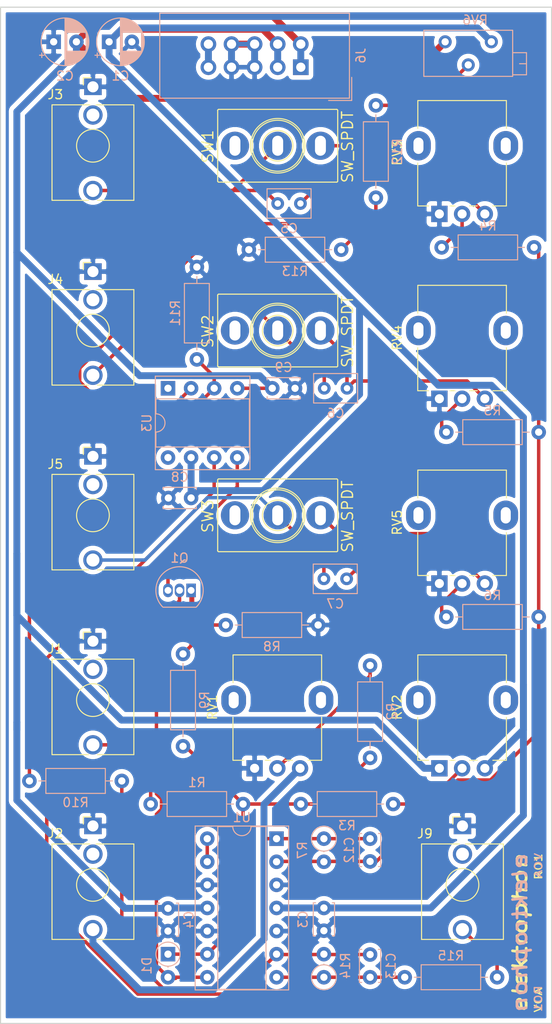
<source format=kicad_pcb>
(kicad_pcb (version 20171130) (host pcbnew 5.1.4-e60b266~84~ubuntu19.04.1)
  (title_block (title VCA) (date 2019-09-08) (rev R01) (comment 1 "PCB for main circuit") (comment 2 "Original design by Thomas Henry") (comment 4 "License CC BY 4.0 - Attribution 4.0 International"))
  (layers (0 F.Cu signal) (31 B.Cu signal) (34 B.Paste user) (35 F.Paste user) (36 B.SilkS user) (37 F.SilkS user) (38 B.Mask user) (39 F.Mask user) (44 Edge.Cuts user))
  (net 0 "")
  (net 1 GND)
  (net 2 +15V)
  (net 3 -15V)
  (net 4 "Net-(C5-Pad2)")
  (net 5 "Net-(C5-Pad1)")
  (net 6 "Net-(C6-Pad2)")
  (net 7 "Net-(C6-Pad1)")
  (net 8 "Net-(C7-Pad2)")
  (net 9 "Net-(C7-Pad1)")
  (net 10 "Net-(C12-Pad2)")
  (net 11 "Net-(C12-Pad1)")
  (net 12 "Net-(C13-Pad2)")
  (net 13 "Net-(C13-Pad1)")
  (net 14 "Net-(D1-Pad2)")
  (net 15 "Net-(J1-PadTN)")
  (net 16 "Net-(J1-PadT)")
  (net 17 "Net-(J2-PadTN)")
  (net 18 "Net-(J2-PadT)")
  (net 19 "Net-(J3-PadTN)")
  (net 20 "Net-(J4-PadTN)")
  (net 21 "Net-(J5-PadTN)")
  (net 22 +5V)
  (net 23 "Net-(J9-PadTN)")
  (net 24 "Net-(Q1-Pad1)")
  (net 25 "Net-(Q1-Pad3)")
  (net 26 "Net-(R2-Pad2)")
  (net 27 "Net-(R3-Pad2)")
  (net 28 "Net-(R10-Pad1)")
  (net 29 "Net-(R12-Pad2)")
  (net 30 "Net-(R12-Pad1)")
  (net 31 "Net-(SW1-Pad1)")
  (net 32 "Net-(SW2-Pad1)")
  (net 33 "Net-(SW3-Pad1)")
  (net 34 "Net-(U1-Pad13)")
  (net 35 "Net-(U3-Pad8)")
  (net 36 "Net-(U3-Pad1)")
  (net 37 "Net-(D1-Pad1)")
  (net 38 "Net-(J9-PadT)")
  (net 39 "Net-(R4-Pad2)")
  (net 40 "Net-(R5-Pad2)")
  (net 41 "Net-(R6-Pad2)")
  (module "elektrophon:elektrophon logo" (layer F.Cu) (at 108.94 152.56 90)
    (fp_text reference REF** hide)
    (fp_text value "elektrophon logo" hide)
    (fp_text user VCA (at 8.84 1.02 90) (layer B.SilkS) (effects (font (size 0.8 1)) (justify left mirror)))
    (fp_text user R01 (at -8.83 1 90) (layer B.SilkS) (effects (font (size 0.8 1)) (justify right mirror)))
    (fp_text user elektrophon (at 0 -1.016 90) (layer B.SilkS) (effects (font (size 1.5 2) (thickness 0.3) italic) (justify mirror)))
    (fp_text user R01 (at 8.8 1.02 90) (layer F.SilkS) (effects (font (size 0.8 1)) (justify right)))
    (fp_text user VCA (at -8.88 1 90) (layer F.SilkS) (effects (font (size 0.8 1)) (justify left)))
    (fp_text user elektrophon (at 0 -1.016 90) (layer F.SilkS) (effects (font (size 1.5 2) (thickness 0.3) italic)))
  )
  (module Capacitor_THT:C_Rect_L4.6mm_W3.0mm_P2.50mm_MKS02_FKP02 (layer B.Cu) (at 86.36 113.665)
    (fp_text reference C7 (at 1.25 2.75) (layer B.SilkS) (effects (justify mirror)))
    (fp_text value 0.22u)
    (pad 2 thru_hole circle (at 2.5 0) (size 1.4 1.4) (drill 0.7) (layers *.Cu *.Mask) (net 8 "Net-(C7-Pad2)"))
    (pad 1 thru_hole circle (at 0 0) (size 1.4 1.4) (drill 0.7) (layers *.Cu *.Mask) (net 9 "Net-(C7-Pad1)"))
  )
  (module Capacitor_THT:C_Rect_L4.6mm_W3.0mm_P2.50mm_MKS02_FKP02 (layer B.Cu) (at 86.4 92.71)
    (fp_text reference C6 (at 1.25 2.75) (layer B.SilkS) (effects (justify mirror)))
    (fp_text value 0.22u)
    (pad 2 thru_hole circle (at 2.5 0) (size 1.4 1.4) (drill 0.7) (layers *.Cu *.Mask) (net 6 "Net-(C6-Pad2)"))
    (pad 1 thru_hole circle (at 0 0) (size 1.4 1.4) (drill 0.7) (layers *.Cu *.Mask) (net 7 "Net-(C6-Pad1)"))
  )
  (module Capacitor_THT:C_Rect_L4.6mm_W3.0mm_P2.50mm_MKS02_FKP02 (layer B.Cu) (at 81.28 72.39)
    (fp_text reference C5 (at 1.25 2.75) (layer B.SilkS) (effects (justify mirror)))
    (fp_text value 0.22u)
    (pad 2 thru_hole circle (at 2.5 0) (size 1.4 1.4) (drill 0.7) (layers *.Cu *.Mask) (net 4 "Net-(C5-Pad2)"))
    (pad 1 thru_hole circle (at 0 0) (size 1.4 1.4) (drill 0.7) (layers *.Cu *.Mask) (net 5 "Net-(C5-Pad1)"))
  )
  (module Resistor_THT:R_Axial_DIN0207_L6.3mm_D2.5mm_P2.54mm_Vertical (layer B.Cu) (at 86.36 142.24 270)
    (fp_text reference R7 (at 1.27 2.37 90) (layer B.SilkS) (effects (justify mirror)))
    (fp_text value 100k)
    (pad 2 thru_hole oval (at 2.54 0 270) (size 1.6 1.6) (drill 0.8) (layers *.Cu *.Mask) (net 10 "Net-(C12-Pad2)"))
    (pad 1 thru_hole circle (at 0 0 270) (size 1.6 1.6) (drill 0.8) (layers *.Cu *.Mask) (net 11 "Net-(C12-Pad1)"))
  )
  (module Diode_THT:D_DO-35_SOD27_P2.54mm_Vertical_AnodeUp (layer B.Cu) (at 69.215 154.94 270)
    (fp_text reference D1 (at 1.27 2.326371 90) (layer B.SilkS) (effects (justify mirror)))
    (fp_text value 1N4148)
    (pad 2 thru_hole oval (at 2.54 0 270) (size 1.6 1.6) (drill 0.8) (layers *.Cu *.Mask) (net 14 "Net-(D1-Pad2)"))
    (pad 1 thru_hole rect (at 0 0 270) (size 1.6 1.6) (drill 0.8) (layers *.Cu *.Mask) (net 37 "Net-(D1-Pad1)"))
  )
  (module Resistor_THT:R_Axial_DIN0207_L6.3mm_D2.5mm_P2.54mm_Vertical (layer B.Cu) (at 86.36 157.48 90)
    (fp_text reference R14 (at 1.27 2.37 90) (layer B.SilkS) (effects (justify mirror)))
    (fp_text value 51k)
    (pad 2 thru_hole oval (at 2.54 0 90) (size 1.6 1.6) (drill 0.8) (layers *.Cu *.Mask) (net 12 "Net-(C13-Pad2)"))
    (pad 1 thru_hole circle (at 0 0 90) (size 1.6 1.6) (drill 0.8) (layers *.Cu *.Mask) (net 13 "Net-(C13-Pad1)"))
  )
  (module Resistor_THT:R_Axial_DIN0207_L6.3mm_D2.5mm_P10.16mm_Horizontal (layer B.Cu) (at 91.44 133.35 90)
    (fp_text reference R2 (at 5.08 2.37 90) (layer B.SilkS) (effects (justify mirror)))
    (fp_text value 100k)
    (pad 2 thru_hole oval (at 10.16 0 90) (size 1.6 1.6) (drill 0.8) (layers *.Cu *.Mask) (net 26 "Net-(R2-Pad2)"))
    (pad 1 thru_hole circle (at 0 0 90) (size 1.6 1.6) (drill 0.8) (layers *.Cu *.Mask) (net 37 "Net-(D1-Pad1)"))
  )
  (module Potentiometer_THT:Potentiometer_Bourns_3296Z_Horizontal (layer B.Cu) (at 99.695 54.61 180)
    (fp_text reference RV6 (at -3.3 2.4) (layer B.SilkS) (effects (justify mirror)))
    (fp_text value 100k)
    (pad 3 thru_hole circle (at -5.08 0 180) (size 1.44 1.44) (drill 0.8) (layers *.Cu *.Mask) (net 2 +15V))
    (pad 2 thru_hole circle (at -2.54 -2.54 180) (size 1.44 1.44) (drill 0.8) (layers *.Cu *.Mask) (net 29 "Net-(R12-Pad2)"))
    (pad 1 thru_hole circle (at 0 0 180) (size 1.44 1.44) (drill 0.8) (layers *.Cu *.Mask) (net 3 -15V))
  )
  (module elektrophon:Potentiometer_Alpha_RD901F-40-00D_Single_Vertical (layer F.Cu) (at 101.6 106.68 90)
    (fp_text reference RV5 (at -0.79 -7.18 270) (layer F.SilkS))
    (fp_text value 100k)
    (pad "" thru_hole oval (at 0 -4.84 180) (size 2.72 3.24) (drill oval 1.1 1.8) (layers *.Cu *.Mask))
    (pad "" thru_hole oval (at 0 4.76 180) (size 2.72 3.24) (drill oval 1.1 1.8) (layers *.Cu *.Mask))
    (pad 3 thru_hole circle (at -7.5 2.46 180) (size 1.8 1.8) (drill 1) (layers *.Cu *.Mask) (net 8 "Net-(C7-Pad2)"))
    (pad 2 thru_hole circle (at -7.5 -0.04 180) (size 1.8 1.8) (drill 1) (layers *.Cu *.Mask) (net 41 "Net-(R6-Pad2)"))
    (pad 1 thru_hole rect (at -7.5 -2.54 180) (size 1.8 1.8) (drill 1) (layers *.Cu *.Mask) (net 1 GND))
  )
  (module elektrophon:Potentiometer_Alpha_RD901F-40-00D_Single_Vertical (layer F.Cu) (at 101.6 86.36 90)
    (fp_text reference RV4 (at -0.79 -7.18 270) (layer F.SilkS))
    (fp_text value 100k)
    (pad "" thru_hole oval (at 0 -4.84 180) (size 2.72 3.24) (drill oval 1.1 1.8) (layers *.Cu *.Mask))
    (pad "" thru_hole oval (at 0 4.76 180) (size 2.72 3.24) (drill oval 1.1 1.8) (layers *.Cu *.Mask))
    (pad 3 thru_hole circle (at -7.5 2.46 180) (size 1.8 1.8) (drill 1) (layers *.Cu *.Mask) (net 6 "Net-(C6-Pad2)"))
    (pad 2 thru_hole circle (at -7.5 -0.04 180) (size 1.8 1.8) (drill 1) (layers *.Cu *.Mask) (net 40 "Net-(R5-Pad2)"))
    (pad 1 thru_hole rect (at -7.5 -2.54 180) (size 1.8 1.8) (drill 1) (layers *.Cu *.Mask) (net 1 GND))
  )
  (module elektrophon:Potentiometer_Alpha_RD901F-40-00D_Single_Vertical (layer F.Cu) (at 101.6 66.04 90)
    (fp_text reference RV3 (at -0.79 -7.18 270) (layer F.SilkS))
    (fp_text value 100k)
    (pad "" thru_hole oval (at 0 -4.84 180) (size 2.72 3.24) (drill oval 1.1 1.8) (layers *.Cu *.Mask))
    (pad "" thru_hole oval (at 0 4.76 180) (size 2.72 3.24) (drill oval 1.1 1.8) (layers *.Cu *.Mask))
    (pad 3 thru_hole circle (at -7.5 2.46 180) (size 1.8 1.8) (drill 1) (layers *.Cu *.Mask) (net 4 "Net-(C5-Pad2)"))
    (pad 2 thru_hole circle (at -7.5 -0.04 180) (size 1.8 1.8) (drill 1) (layers *.Cu *.Mask) (net 39 "Net-(R4-Pad2)"))
    (pad 1 thru_hole rect (at -7.5 -2.54 180) (size 1.8 1.8) (drill 1) (layers *.Cu *.Mask) (net 1 GND))
  )
  (module elektrophon:Potentiometer_Alpha_RD901F-40-00D_Single_Vertical (layer F.Cu) (at 101.6 127 90)
    (fp_text reference RV2 (at -0.79 -7.18 270) (layer F.SilkS))
    (fp_text value 100k)
    (pad "" thru_hole oval (at 0 -4.84 180) (size 2.72 3.24) (drill oval 1.1 1.8) (layers *.Cu *.Mask))
    (pad "" thru_hole oval (at 0 4.76 180) (size 2.72 3.24) (drill oval 1.1 1.8) (layers *.Cu *.Mask))
    (pad 3 thru_hole circle (at -7.5 2.46 180) (size 1.8 1.8) (drill 1) (layers *.Cu *.Mask) (net 2 +15V))
    (pad 2 thru_hole circle (at -7.5 -0.04 180) (size 1.8 1.8) (drill 1) (layers *.Cu *.Mask) (net 27 "Net-(R3-Pad2)"))
    (pad 1 thru_hole rect (at -7.5 -2.54 180) (size 1.8 1.8) (drill 1) (layers *.Cu *.Mask) (net 3 -15V))
  )
  (module elektrophon:Potentiometer_Alpha_RD901F-40-00D_Single_Vertical (layer F.Cu) (at 81.28 127 90)
    (fp_text reference RV1 (at -0.79 -7.18 270) (layer F.SilkS))
    (fp_text value 100k)
    (pad "" thru_hole oval (at 0 -4.84 180) (size 2.72 3.24) (drill oval 1.1 1.8) (layers *.Cu *.Mask))
    (pad "" thru_hole oval (at 0 4.76 180) (size 2.72 3.24) (drill oval 1.1 1.8) (layers *.Cu *.Mask))
    (pad 3 thru_hole circle (at -7.5 2.46 180) (size 1.8 1.8) (drill 1) (layers *.Cu *.Mask) (net 18 "Net-(J2-PadT)"))
    (pad 2 thru_hole circle (at -7.5 -0.04 180) (size 1.8 1.8) (drill 1) (layers *.Cu *.Mask) (net 26 "Net-(R2-Pad2)"))
    (pad 1 thru_hole rect (at -7.5 -2.54 180) (size 1.8 1.8) (drill 1) (layers *.Cu *.Mask) (net 1 GND))
  )
  (module Package_DIP:DIP-8_W7.62mm_Socket (layer B.Cu) (at 69.215 92.71 270)
    (fp_text reference U3 (at 3.81 2.33 90) (layer B.SilkS) (effects (justify mirror)))
    (fp_text value CA3080)
    (pad 8 thru_hole oval (at 7.62 0 270) (size 1.6 1.6) (drill 0.8) (layers *.Cu *.Mask) (net 35 "Net-(U3-Pad8)"))
    (pad 4 thru_hole oval (at 0 -7.62 270) (size 1.6 1.6) (drill 0.8) (layers *.Cu *.Mask) (net 3 -15V))
    (pad 7 thru_hole oval (at 7.62 -2.54 270) (size 1.6 1.6) (drill 0.8) (layers *.Cu *.Mask) (net 2 +15V))
    (pad 3 thru_hole oval (at 0 -5.08 270) (size 1.6 1.6) (drill 0.8) (layers *.Cu *.Mask) (net 28 "Net-(R10-Pad1)"))
    (pad 6 thru_hole oval (at 7.62 -5.08 270) (size 1.6 1.6) (drill 0.8) (layers *.Cu *.Mask) (net 12 "Net-(C13-Pad2)"))
    (pad 2 thru_hole oval (at 0 -2.54 270) (size 1.6 1.6) (drill 0.8) (layers *.Cu *.Mask) (net 30 "Net-(R12-Pad1)"))
    (pad 5 thru_hole oval (at 7.62 -7.62 270) (size 1.6 1.6) (drill 0.8) (layers *.Cu *.Mask) (net 25 "Net-(Q1-Pad3)"))
    (pad 1 thru_hole rect (at 0 0 270) (size 1.6 1.6) (drill 0.8) (layers *.Cu *.Mask) (net 36 "Net-(U3-Pad1)"))
  )
  (module Package_DIP:DIP-14_W7.62mm_Socket (layer B.Cu) (at 81.153 142.24 180)
    (fp_text reference U1 (at 3.81 2.33) (layer B.SilkS) (effects (justify mirror)))
    (fp_text value TL074)
    (pad 14 thru_hole oval (at 7.62 0 180) (size 1.6 1.6) (drill 0.8) (layers *.Cu *.Mask) (net 34 "Net-(U1-Pad13)"))
    (pad 7 thru_hole oval (at 0 -15.24 180) (size 1.6 1.6) (drill 0.8) (layers *.Cu *.Mask) (net 13 "Net-(C13-Pad1)"))
    (pad 13 thru_hole oval (at 7.62 -2.54 180) (size 1.6 1.6) (drill 0.8) (layers *.Cu *.Mask) (net 34 "Net-(U1-Pad13)"))
    (pad 6 thru_hole oval (at 0 -12.7 180) (size 1.6 1.6) (drill 0.8) (layers *.Cu *.Mask) (net 12 "Net-(C13-Pad2)"))
    (pad 12 thru_hole oval (at 7.62 -5.08 180) (size 1.6 1.6) (drill 0.8) (layers *.Cu *.Mask) (net 1 GND))
    (pad 5 thru_hole oval (at 0 -10.16 180) (size 1.6 1.6) (drill 0.8) (layers *.Cu *.Mask) (net 1 GND))
    (pad 11 thru_hole oval (at 7.62 -7.62 180) (size 1.6 1.6) (drill 0.8) (layers *.Cu *.Mask) (net 3 -15V))
    (pad 4 thru_hole oval (at 0 -7.62 180) (size 1.6 1.6) (drill 0.8) (layers *.Cu *.Mask) (net 2 +15V))
    (pad 10 thru_hole oval (at 7.62 -10.16 180) (size 1.6 1.6) (drill 0.8) (layers *.Cu *.Mask) (net 1 GND))
    (pad 3 thru_hole oval (at 0 -5.08 180) (size 1.6 1.6) (drill 0.8) (layers *.Cu *.Mask) (net 1 GND))
    (pad 9 thru_hole oval (at 7.62 -12.7 180) (size 1.6 1.6) (drill 0.8) (layers *.Cu *.Mask) (net 37 "Net-(D1-Pad1)"))
    (pad 2 thru_hole oval (at 0 -2.54 180) (size 1.6 1.6) (drill 0.8) (layers *.Cu *.Mask) (net 10 "Net-(C12-Pad2)"))
    (pad 8 thru_hole oval (at 7.62 -15.24 180) (size 1.6 1.6) (drill 0.8) (layers *.Cu *.Mask) (net 14 "Net-(D1-Pad2)"))
    (pad 1 thru_hole rect (at 0 0 180) (size 1.6 1.6) (drill 0.8) (layers *.Cu *.Mask) (net 11 "Net-(C12-Pad1)"))
  )
  (module 4ms-footprints:SPDT_KIT (layer F.Cu) (at 81.28 106.68 90)
    (fp_text reference SW3 (at -2.032 -6.985 90) (layer F.SilkS) (effects (font (size 1.2065 1.2065) (thickness 0.1524)) (justify left bottom)))
    (fp_text value SW_SPDT (at -4.191 8.382 90) (layer F.SilkS) (effects (font (size 1.2065 1.2065) (thickness 0.1524)) (justify left bottom)))
    (pad 1 thru_hole circle (at 0 -4.7 90) (size 3.1 3.1) (drill oval 2.2 1.2) (layers *.Cu *.Mask) (net 33 "Net-(SW3-Pad1)"))
    (pad 2 thru_hole circle (at 0 0 90) (size 3.1 3.1) (drill oval 2.2 1.2) (layers *.Cu *.Mask) (net 9 "Net-(C7-Pad1)"))
    (pad 3 thru_hole circle (at 0 4.7 90) (size 3.1 3.1) (drill oval 2.2 1.2) (layers *.Cu *.Mask) (net 8 "Net-(C7-Pad2)"))
  )
  (module 4ms-footprints:SPDT_KIT (layer F.Cu) (at 81.28 86.36 90)
    (fp_text reference SW2 (at -2.032 -6.985 90) (layer F.SilkS) (effects (font (size 1.2065 1.2065) (thickness 0.1524)) (justify left bottom)))
    (fp_text value SW_SPDT (at -4.191 8.382 90) (layer F.SilkS) (effects (font (size 1.2065 1.2065) (thickness 0.1524)) (justify left bottom)))
    (pad 1 thru_hole circle (at 0 -4.7 90) (size 3.1 3.1) (drill oval 2.2 1.2) (layers *.Cu *.Mask) (net 32 "Net-(SW2-Pad1)"))
    (pad 2 thru_hole circle (at 0 0 90) (size 3.1 3.1) (drill oval 2.2 1.2) (layers *.Cu *.Mask) (net 7 "Net-(C6-Pad1)"))
    (pad 3 thru_hole circle (at 0 4.7 90) (size 3.1 3.1) (drill oval 2.2 1.2) (layers *.Cu *.Mask) (net 6 "Net-(C6-Pad2)"))
  )
  (module 4ms-footprints:SPDT_KIT (layer F.Cu) (at 81.28 66.04 90)
    (fp_text reference SW1 (at -2.032 -6.985 90) (layer F.SilkS) (effects (font (size 1.2065 1.2065) (thickness 0.1524)) (justify left bottom)))
    (fp_text value SW_SPDT (at -4.191 8.382 90) (layer F.SilkS) (effects (font (size 1.2065 1.2065) (thickness 0.1524)) (justify left bottom)))
    (pad 1 thru_hole circle (at 0 -4.7 90) (size 3.1 3.1) (drill oval 2.2 1.2) (layers *.Cu *.Mask) (net 31 "Net-(SW1-Pad1)"))
    (pad 2 thru_hole circle (at 0 0 90) (size 3.1 3.1) (drill oval 2.2 1.2) (layers *.Cu *.Mask) (net 5 "Net-(C5-Pad1)"))
    (pad 3 thru_hole circle (at 0 4.7 90) (size 3.1 3.1) (drill oval 2.2 1.2) (layers *.Cu *.Mask) (net 4 "Net-(C5-Pad2)"))
  )
  (module Resistor_THT:R_Axial_DIN0207_L6.3mm_D2.5mm_P10.16mm_Horizontal (layer B.Cu) (at 105.41 157.48 180)
    (fp_text reference R15 (at 5.08 2.37) (layer B.SilkS) (effects (justify mirror)))
    (fp_text value 1k)
    (pad 2 thru_hole oval (at 10.16 0 180) (size 1.6 1.6) (drill 0.8) (layers *.Cu *.Mask) (net 13 "Net-(C13-Pad1)"))
    (pad 1 thru_hole circle (at 0 0 180) (size 1.6 1.6) (drill 0.8) (layers *.Cu *.Mask) (net 38 "Net-(J9-PadT)"))
  )
  (module Resistor_THT:R_Axial_DIN0207_L6.3mm_D2.5mm_P10.16mm_Horizontal (layer B.Cu) (at 78.105 77.47)
    (fp_text reference R13 (at 5.08 2.37) (layer B.SilkS) (effects (justify mirror)))
    (fp_text value 22)
    (pad 2 thru_hole oval (at 10.16 0) (size 1.6 1.6) (drill 0.8) (layers *.Cu *.Mask) (net 30 "Net-(R12-Pad1)"))
    (pad 1 thru_hole circle (at 0 0) (size 1.6 1.6) (drill 0.8) (layers *.Cu *.Mask) (net 1 GND))
  )
  (module Resistor_THT:R_Axial_DIN0207_L6.3mm_D2.5mm_P10.16mm_Horizontal (layer B.Cu) (at 92.075 71.755 90)
    (fp_text reference R12 (at 5.08 2.37 90) (layer B.SilkS) (effects (justify mirror)))
    (fp_text value 100k)
    (pad 2 thru_hole oval (at 10.16 0 90) (size 1.6 1.6) (drill 0.8) (layers *.Cu *.Mask) (net 29 "Net-(R12-Pad2)"))
    (pad 1 thru_hole circle (at 0 0 90) (size 1.6 1.6) (drill 0.8) (layers *.Cu *.Mask) (net 30 "Net-(R12-Pad1)"))
  )
  (module Resistor_THT:R_Axial_DIN0207_L6.3mm_D2.5mm_P10.16mm_Horizontal (layer B.Cu) (at 72.39 79.375 270)
    (fp_text reference R11 (at 5.08 2.37 90) (layer B.SilkS) (effects (justify mirror)))
    (fp_text value 22)
    (pad 2 thru_hole oval (at 10.16 0 270) (size 1.6 1.6) (drill 0.8) (layers *.Cu *.Mask) (net 28 "Net-(R10-Pad1)"))
    (pad 1 thru_hole circle (at 0 0 270) (size 1.6 1.6) (drill 0.8) (layers *.Cu *.Mask) (net 1 GND))
  )
  (module Resistor_THT:R_Axial_DIN0207_L6.3mm_D2.5mm_P10.16mm_Horizontal (layer B.Cu) (at 53.975 135.89)
    (fp_text reference R10 (at 5.08 2.37) (layer B.SilkS) (effects (justify mirror)))
    (fp_text value 11k)
    (pad 2 thru_hole oval (at 10.16 0) (size 1.6 1.6) (drill 0.8) (layers *.Cu *.Mask) (net 11 "Net-(C12-Pad1)"))
    (pad 1 thru_hole circle (at 0 0) (size 1.6 1.6) (drill 0.8) (layers *.Cu *.Mask) (net 28 "Net-(R10-Pad1)"))
  )
  (module Resistor_THT:R_Axial_DIN0207_L6.3mm_D2.5mm_P10.16mm_Horizontal (layer B.Cu) (at 70.866 132.08 90)
    (fp_text reference R9 (at 5.08 2.37 90) (layer B.SilkS) (effects (justify mirror)))
    (fp_text value 100k)
    (pad 2 thru_hole oval (at 10.16 0 90) (size 1.6 1.6) (drill 0.8) (layers *.Cu *.Mask) (net 24 "Net-(Q1-Pad1)"))
    (pad 1 thru_hole circle (at 0 0 90) (size 1.6 1.6) (drill 0.8) (layers *.Cu *.Mask) (net 37 "Net-(D1-Pad1)"))
  )
  (module Resistor_THT:R_Axial_DIN0207_L6.3mm_D2.5mm_P10.16mm_Horizontal (layer B.Cu) (at 75.565 118.745)
    (fp_text reference R8 (at 5.08 2.37) (layer B.SilkS) (effects (justify mirror)))
    (fp_text value 11k)
    (pad 2 thru_hole oval (at 10.16 0) (size 1.6 1.6) (drill 0.8) (layers *.Cu *.Mask) (net 1 GND))
    (pad 1 thru_hole circle (at 0 0) (size 1.6 1.6) (drill 0.8) (layers *.Cu *.Mask) (net 24 "Net-(Q1-Pad1)"))
  )
  (module Resistor_THT:R_Axial_DIN0207_L6.3mm_D2.5mm_P10.16mm_Horizontal (layer B.Cu) (at 109.982 117.856 180)
    (fp_text reference R6 (at 5.08 2.37) (layer B.SilkS) (effects (justify mirror)))
    (fp_text value 100k)
    (pad 2 thru_hole oval (at 10.16 0 180) (size 1.6 1.6) (drill 0.8) (layers *.Cu *.Mask) (net 41 "Net-(R6-Pad2)"))
    (pad 1 thru_hole circle (at 0 0 180) (size 1.6 1.6) (drill 0.8) (layers *.Cu *.Mask) (net 10 "Net-(C12-Pad2)"))
  )
  (module Resistor_THT:R_Axial_DIN0207_L6.3mm_D2.5mm_P10.16mm_Horizontal (layer B.Cu) (at 109.982 97.536 180)
    (fp_text reference R5 (at 5.08 2.37) (layer B.SilkS) (effects (justify mirror)))
    (fp_text value 100k)
    (pad 2 thru_hole oval (at 10.16 0 180) (size 1.6 1.6) (drill 0.8) (layers *.Cu *.Mask) (net 40 "Net-(R5-Pad2)"))
    (pad 1 thru_hole circle (at 0 0 180) (size 1.6 1.6) (drill 0.8) (layers *.Cu *.Mask) (net 10 "Net-(C12-Pad2)"))
  )
  (module Resistor_THT:R_Axial_DIN0207_L6.3mm_D2.5mm_P10.16mm_Horizontal (layer B.Cu) (at 109.474 77.216 180)
    (fp_text reference R4 (at 5.08 2.37) (layer B.SilkS) (effects (justify mirror)))
    (fp_text value 100k)
    (pad 2 thru_hole oval (at 10.16 0 180) (size 1.6 1.6) (drill 0.8) (layers *.Cu *.Mask) (net 39 "Net-(R4-Pad2)"))
    (pad 1 thru_hole circle (at 0 0 180) (size 1.6 1.6) (drill 0.8) (layers *.Cu *.Mask) (net 10 "Net-(C12-Pad2)"))
  )
  (module Resistor_THT:R_Axial_DIN0207_L6.3mm_D2.5mm_P10.16mm_Horizontal (layer B.Cu) (at 83.82 138.43)
    (fp_text reference R3 (at 5.08 2.37) (layer B.SilkS) (effects (justify mirror)))
    (fp_text value 330k)
    (pad 2 thru_hole oval (at 10.16 0) (size 1.6 1.6) (drill 0.8) (layers *.Cu *.Mask) (net 27 "Net-(R3-Pad2)"))
    (pad 1 thru_hole circle (at 0 0) (size 1.6 1.6) (drill 0.8) (layers *.Cu *.Mask) (net 37 "Net-(D1-Pad1)"))
  )
  (module Resistor_THT:R_Axial_DIN0207_L6.3mm_D2.5mm_P10.16mm_Horizontal (layer B.Cu) (at 77.47 138.43 180)
    (fp_text reference R1 (at 5.08 2.37) (layer B.SilkS) (effects (justify mirror)))
    (fp_text value 100k)
    (pad 2 thru_hole oval (at 10.16 0 180) (size 1.6 1.6) (drill 0.8) (layers *.Cu *.Mask) (net 16 "Net-(J1-PadT)"))
    (pad 1 thru_hole circle (at 0 0 180) (size 1.6 1.6) (drill 0.8) (layers *.Cu *.Mask) (net 37 "Net-(D1-Pad1)"))
  )
  (module Package_TO_SOT_THT:TO-92_Inline (layer B.Cu) (at 71.755 114.935 180)
    (fp_text reference Q1 (at 1.27 3.56) (layer B.SilkS) (effects (justify mirror)))
    (fp_text value 2N3906)
    (pad 1 thru_hole rect (at 0 0 180) (size 1.05 1.5) (drill 0.75) (layers *.Cu *.Mask) (net 24 "Net-(Q1-Pad1)"))
    (pad 3 thru_hole oval (at 2.54 0 180) (size 1.05 1.5) (drill 0.75) (layers *.Cu *.Mask) (net 25 "Net-(Q1-Pad3)"))
    (pad 2 thru_hole oval (at 1.27 0 180) (size 1.05 1.5) (drill 0.75) (layers *.Cu *.Mask) (net 14 "Net-(D1-Pad2)"))
  )
  (module elektrophon:Jack_3.5mm_QingPu_WQP-PJ398SM_Vertical_CircularHoles (layer F.Cu) (at 101.6 147.32)
    (fp_text reference J9 (at -4.13 -5.63) (layer F.SilkS))
    (fp_text value OUT)
    (pad TN thru_hole circle (at 0 -3.38 180) (size 2.13 2.13) (drill 1.42) (layers *.Cu *.Mask) (net 23 "Net-(J9-PadTN)"))
    (pad S thru_hole rect (at 0 -6.48 180) (size 1.93 1.83) (drill 1.22) (layers *.Cu *.Mask) (net 1 GND))
    (pad T thru_hole circle (at 0 4.92 180) (size 2.13 2.13) (drill 1.43) (layers *.Cu *.Mask) (net 38 "Net-(J9-PadT)"))
  )
  (module Connector_IDC:IDC-Header_2x05_P2.54mm_Vertical (layer B.Cu) (at 83.82 57.404 90)
    (fp_text reference J6 (at 1.27 6.604 90) (layer B.SilkS) (effects (justify mirror)))
    (fp_text value POWER)
    (pad 10 thru_hole oval (at 2.54 -10.16 90) (size 1.7272 1.7272) (drill 1.016) (layers *.Cu *.Mask) (net 22 +5V))
    (pad 9 thru_hole oval (at 0 -10.16 90) (size 1.7272 1.7272) (drill 1.016) (layers *.Cu *.Mask) (net 22 +5V))
    (pad 8 thru_hole oval (at 2.54 -7.62 90) (size 1.7272 1.7272) (drill 1.016) (layers *.Cu *.Mask) (net 1 GND))
    (pad 7 thru_hole oval (at 0 -7.62 90) (size 1.7272 1.7272) (drill 1.016) (layers *.Cu *.Mask) (net 1 GND))
    (pad 6 thru_hole oval (at 2.54 -5.08 90) (size 1.7272 1.7272) (drill 1.016) (layers *.Cu *.Mask) (net 1 GND))
    (pad 5 thru_hole oval (at 0 -5.08 90) (size 1.7272 1.7272) (drill 1.016) (layers *.Cu *.Mask) (net 1 GND))
    (pad 4 thru_hole oval (at 2.54 -2.54 90) (size 1.7272 1.7272) (drill 1.016) (layers *.Cu *.Mask) (net 2 +15V))
    (pad 3 thru_hole oval (at 0 -2.54 90) (size 1.7272 1.7272) (drill 1.016) (layers *.Cu *.Mask) (net 2 +15V))
    (pad 2 thru_hole oval (at 2.54 0 90) (size 1.7272 1.7272) (drill 1.016) (layers *.Cu *.Mask) (net 3 -15V))
    (pad 1 thru_hole rect (at 0 0 90) (size 1.7272 1.7272) (drill 1.016) (layers *.Cu *.Mask) (net 3 -15V))
  )
  (module elektrophon:Jack_3.5mm_QingPu_WQP-PJ398SM_Vertical_CircularHoles (layer F.Cu) (at 60.96 106.68)
    (fp_text reference J5 (at -4.13 -5.63) (layer F.SilkS))
    (fp_text value "#3")
    (pad TN thru_hole circle (at 0 -3.38 180) (size 2.13 2.13) (drill 1.42) (layers *.Cu *.Mask) (net 21 "Net-(J5-PadTN)"))
    (pad S thru_hole rect (at 0 -6.48 180) (size 1.93 1.83) (drill 1.22) (layers *.Cu *.Mask) (net 1 GND))
    (pad T thru_hole circle (at 0 4.92 180) (size 2.13 2.13) (drill 1.43) (layers *.Cu *.Mask) (net 9 "Net-(C7-Pad1)"))
  )
  (module elektrophon:Jack_3.5mm_QingPu_WQP-PJ398SM_Vertical_CircularHoles (layer F.Cu) (at 60.96 86.36)
    (fp_text reference J4 (at -4.13 -5.63) (layer F.SilkS))
    (fp_text value "#2")
    (pad TN thru_hole circle (at 0 -3.38 180) (size 2.13 2.13) (drill 1.42) (layers *.Cu *.Mask) (net 20 "Net-(J4-PadTN)"))
    (pad S thru_hole rect (at 0 -6.48 180) (size 1.93 1.83) (drill 1.22) (layers *.Cu *.Mask) (net 1 GND))
    (pad T thru_hole circle (at 0 4.92 180) (size 2.13 2.13) (drill 1.43) (layers *.Cu *.Mask) (net 7 "Net-(C6-Pad1)"))
  )
  (module elektrophon:Jack_3.5mm_QingPu_WQP-PJ398SM_Vertical_CircularHoles (layer F.Cu) (at 60.96 66.04)
    (fp_text reference J3 (at -4.13 -5.63) (layer F.SilkS))
    (fp_text value "#1")
    (pad TN thru_hole circle (at 0 -3.38 180) (size 2.13 2.13) (drill 1.42) (layers *.Cu *.Mask) (net 19 "Net-(J3-PadTN)"))
    (pad S thru_hole rect (at 0 -6.48 180) (size 1.93 1.83) (drill 1.22) (layers *.Cu *.Mask) (net 1 GND))
    (pad T thru_hole circle (at 0 4.92 180) (size 2.13 2.13) (drill 1.43) (layers *.Cu *.Mask) (net 5 "Net-(C5-Pad1)"))
  )
  (module elektrophon:Jack_3.5mm_QingPu_WQP-PJ398SM_Vertical_CircularHoles (layer F.Cu) (at 60.96 147.32)
    (fp_text reference J2 (at -4.13 -5.63) (layer F.SilkS))
    (fp_text value CV)
    (pad TN thru_hole circle (at 0 -3.38 180) (size 2.13 2.13) (drill 1.42) (layers *.Cu *.Mask) (net 17 "Net-(J2-PadTN)"))
    (pad S thru_hole rect (at 0 -6.48 180) (size 1.93 1.83) (drill 1.22) (layers *.Cu *.Mask) (net 1 GND))
    (pad T thru_hole circle (at 0 4.92 180) (size 2.13 2.13) (drill 1.43) (layers *.Cu *.Mask) (net 18 "Net-(J2-PadT)"))
  )
  (module elektrophon:Jack_3.5mm_QingPu_WQP-PJ398SM_Vertical_CircularHoles (layer F.Cu) (at 60.96 127)
    (fp_text reference J1 (at -4.13 -5.63) (layer F.SilkS))
    (fp_text value Envelope)
    (pad TN thru_hole circle (at 0 -3.38 180) (size 2.13 2.13) (drill 1.42) (layers *.Cu *.Mask) (net 15 "Net-(J1-PadTN)"))
    (pad S thru_hole rect (at 0 -6.48 180) (size 1.93 1.83) (drill 1.22) (layers *.Cu *.Mask) (net 1 GND))
    (pad T thru_hole circle (at 0 4.92 180) (size 2.13 2.13) (drill 1.43) (layers *.Cu *.Mask) (net 16 "Net-(J1-PadT)"))
  )
  (module Capacitor_THT:C_Disc_D3.4mm_W2.1mm_P2.50mm (layer B.Cu) (at 91.44 157.48 90)
    (fp_text reference C13 (at 1.25 2.3 90) (layer B.SilkS) (effects (justify mirror)))
    (fp_text value 22p)
    (pad 2 thru_hole circle (at 2.5 0 90) (size 1.6 1.6) (drill 0.8) (layers *.Cu *.Mask) (net 12 "Net-(C13-Pad2)"))
    (pad 1 thru_hole circle (at 0 0 90) (size 1.6 1.6) (drill 0.8) (layers *.Cu *.Mask) (net 13 "Net-(C13-Pad1)"))
  )
  (module Capacitor_THT:C_Disc_D3.4mm_W2.1mm_P2.50mm (layer B.Cu) (at 91.44 142.24 270)
    (fp_text reference C12 (at 1.25 2.3 90) (layer B.SilkS) (effects (justify mirror)))
    (fp_text value 10p)
    (pad 2 thru_hole circle (at 2.5 0 270) (size 1.6 1.6) (drill 0.8) (layers *.Cu *.Mask) (net 10 "Net-(C12-Pad2)"))
    (pad 1 thru_hole circle (at 0 0 270) (size 1.6 1.6) (drill 0.8) (layers *.Cu *.Mask) (net 11 "Net-(C12-Pad1)"))
  )
  (module Capacitor_THT:C_Disc_D3.4mm_W2.1mm_P2.50mm (layer B.Cu) (at 83.185 92.71 180)
    (fp_text reference C9 (at 1.25 2.3) (layer B.SilkS) (effects (justify mirror)))
    (fp_text value 0.1u)
    (pad 2 thru_hole circle (at 2.5 0 180) (size 1.6 1.6) (drill 0.8) (layers *.Cu *.Mask) (net 3 -15V))
    (pad 1 thru_hole circle (at 0 0 180) (size 1.6 1.6) (drill 0.8) (layers *.Cu *.Mask) (net 1 GND))
  )
  (module Capacitor_THT:C_Disc_D3.4mm_W2.1mm_P2.50mm (layer B.Cu) (at 71.755 104.775 180)
    (fp_text reference C8 (at 1.25 2.3) (layer B.SilkS) (effects (justify mirror)))
    (fp_text value 0.1u)
    (pad 2 thru_hole circle (at 2.5 0 180) (size 1.6 1.6) (drill 0.8) (layers *.Cu *.Mask) (net 1 GND))
    (pad 1 thru_hole circle (at 0 0 180) (size 1.6 1.6) (drill 0.8) (layers *.Cu *.Mask) (net 2 +15V))
  )
  (module Capacitor_THT:C_Disc_D3.4mm_W2.1mm_P2.50mm (layer B.Cu) (at 69.215 152.4 90)
    (fp_text reference C4 (at 1.25 2.3 90) (layer B.SilkS) (effects (justify mirror)))
    (fp_text value 0.1u)
    (pad 2 thru_hole circle (at 2.5 0 90) (size 1.6 1.6) (drill 0.8) (layers *.Cu *.Mask) (net 3 -15V))
    (pad 1 thru_hole circle (at 0 0 90) (size 1.6 1.6) (drill 0.8) (layers *.Cu *.Mask) (net 1 GND))
  )
  (module Capacitor_THT:C_Disc_D3.4mm_W2.1mm_P2.50mm (layer B.Cu) (at 86.36 149.86 270)
    (fp_text reference C3 (at 1.25 2.3 90) (layer B.SilkS) (effects (justify mirror)))
    (fp_text value 0.1u)
    (pad 2 thru_hole circle (at 2.5 0 270) (size 1.6 1.6) (drill 0.8) (layers *.Cu *.Mask) (net 1 GND))
    (pad 1 thru_hole circle (at 0 0 270) (size 1.6 1.6) (drill 0.8) (layers *.Cu *.Mask) (net 2 +15V))
  )
  (module Capacitor_THT:CP_Radial_D5.0mm_P2.50mm (layer B.Cu) (at 56.642 54.61)
    (fp_text reference C2 (at 1.25 3.75) (layer B.SilkS) (effects (justify mirror)))
    (fp_text value 10u)
    (pad 2 thru_hole circle (at 2.5 0) (size 1.6 1.6) (drill 0.8) (layers *.Cu *.Mask) (net 3 -15V))
    (pad 1 thru_hole rect (at 0 0) (size 1.6 1.6) (drill 0.8) (layers *.Cu *.Mask) (net 1 GND))
  )
  (module Capacitor_THT:CP_Radial_D5.0mm_P2.50mm (layer B.Cu) (at 62.738 54.61)
    (fp_text reference C1 (at 1.25 3.75) (layer B.SilkS) (effects (justify mirror)))
    (fp_text value 10u)
    (pad 2 thru_hole circle (at 2.5 0) (size 1.6 1.6) (drill 0.8) (layers *.Cu *.Mask) (net 1 GND))
    (pad 1 thru_hole rect (at 0 0) (size 1.6 1.6) (drill 0.8) (layers *.Cu *.Mask) (net 2 +15V))
  )
  (gr_line (start 50.8 162.56) (end 50.8 50.8) (layer Edge.Cuts) (width 0.12))
  (gr_line (start 111.4 162.56) (end 50.8 162.56) (layer Edge.Cuts) (width 0.12))
  (gr_line (start 111.4 50.8) (end 111.4 162.56) (layer Edge.Cuts) (width 0.12))
  (gr_line (start 50.8 50.8) (end 111.4 50.8) (layer Edge.Cuts) (width 0.12))
  (segment (start 76.2 54.864) (end 76.2 57.404) (width 0.762) (layer B.Cu) (net 1))
  (segment (start 78.74 54.864) (end 78.74 57.404) (width 0.762) (layer B.Cu) (net 1))
  (segment (start 78.74 54.864) (end 76.2 54.864) (width 0.762) (layer F.Cu) (net 1))
  (segment (start 86.36 149.86) (end 81.153 149.86) (width 0.762) (layer B.Cu) (net 2))
  (segment (start 98.116082 149.86) (end 108.30101 139.675072) (width 0.762) (layer B.Cu) (net 2))
  (segment (start 108.30101 125.31901) (end 108.30101 139.675072) (width 0.762) (layer B.Cu) (net 2))
  (segment (start 86.36 149.86) (end 98.116082 149.86) (width 0.762) (layer B.Cu) (net 2))
  (segment (start 62.738 54.61) (end 64.262 53.086) (width 0.762) (layer B.Cu) (net 2))
  (segment (start 64.262 53.086) (end 103.251 53.086) (width 0.762) (layer B.Cu) (net 2))
  (segment (start 103.251 53.086) (end 104.775 54.61) (width 0.762) (layer B.Cu) (net 2))
  (segment (start 62.738 54.61) (end 62.738 56.172) (width 0.762) (layer B.Cu) (net 2))
  (segment (start 108.30101 95.909128) (end 108.30101 125.31901) (width 0.762) (layer B.Cu) (net 2))
  (segment (start 104.770881 92.378999) (end 108.30101 95.909128) (width 0.762) (layer B.Cu) (net 2))
  (segment (start 90.278 83.712) (end 98.944999 92.378999) (width 0.762) (layer B.Cu) (net 2))
  (segment (start 98.944999 92.378999) (end 104.770881 92.378999) (width 0.762) (layer B.Cu) (net 2))
  (segment (start 108.30101 130.25899) (end 108.30101 125.31901) (width 0.762) (layer B.Cu) (net 2))
  (segment (start 104.06 134.5) (end 108.30101 130.25899) (width 0.762) (layer B.Cu) (net 2))
  (segment (start 90.281001 83.715001) (end 90.278 83.712) (width 0.762) (layer B.Cu) (net 2))
  (segment (start 71.755 104.775) (end 72.562012 103.967988) (width 0.762) (layer B.Cu) (net 2))
  (segment (start 90.281001 93.372881) (end 90.281001 83.715001) (width 0.762) (layer B.Cu) (net 2))
  (segment (start 79.685894 103.967988) (end 90.281001 93.372881) (width 0.762) (layer B.Cu) (net 2))
  (segment (start 72.562012 103.967988) (end 79.685894 103.967988) (width 0.762) (layer B.Cu) (net 2))
  (segment (start 62.738 56.172) (end 90.278 83.712) (width 0.762) (layer B.Cu) (net 2))
  (segment (start 71.755 104.775) (end 71.755 100.33) (width 0.762) (layer B.Cu) (net 2))
  (segment (start 81.28 54.864) (end 81.28 57.404) (width 0.762) (layer B.Cu) (net 2))
  (segment (start 64.119001 53.228999) (end 62.738 54.61) (width 0.762) (layer F.Cu) (net 2))
  (segment (start 79.644999 53.228999) (end 64.119001 53.228999) (width 0.762) (layer F.Cu) (net 2))
  (segment (start 81.28 54.864) (end 79.644999 53.228999) (width 0.762) (layer F.Cu) (net 2))
  (segment (start 99.695 54.61) (end 94.440399 59.864601) (width 0.762) (layer F.Cu) (net 3))
  (segment (start 52.593999 77.771501) (end 52.593999 110.886999) (width 0.762) (layer B.Cu) (net 3))
  (segment (start 52.593999 62.289371) (end 52.593999 77.771501) (width 0.762) (layer B.Cu) (net 3))
  (segment (start 73.533 149.86) (end 69.255 149.86) (width 0.762) (layer B.Cu) (net 3))
  (segment (start 69.255 149.86) (end 69.215 149.9) (width 0.762) (layer B.Cu) (net 3))
  (segment (start 52.593999 129.428999) (end 52.593999 110.886999) (width 0.762) (layer B.Cu) (net 3))
  (segment (start 52.593999 138.010081) (end 52.593999 129.428999) (width 0.762) (layer B.Cu) (net 3))
  (segment (start 52.593999 130.286001) (end 52.593999 129.428999) (width 0.762) (layer B.Cu) (net 3))
  (segment (start 69.215 149.9) (end 64.483918 149.9) (width 0.762) (layer B.Cu) (net 3))
  (segment (start 64.483918 149.9) (end 52.593999 138.010081) (width 0.762) (layer B.Cu) (net 3))
  (segment (start 66.102999 91.328999) (end 61.45975 86.68575) (width 0.762) (layer B.Cu) (net 3))
  (segment (start 61.45975 86.68575) (end 59.142 84.368) (width 0.762) (layer B.Cu) (net 3))
  (segment (start 61.45975 86.68575) (end 61.45975 86.637252) (width 0.762) (layer B.Cu) (net 3))
  (segment (start 61.45975 86.637252) (end 52.593999 77.771501) (width 0.762) (layer B.Cu) (net 3))
  (segment (start 59.142 55.74137) (end 52.593999 62.289371) (width 0.762) (layer B.Cu) (net 3))
  (segment (start 64.104928 129.20101) (end 63.019459 128.115541) (width 0.762) (layer B.Cu) (net 3))
  (segment (start 59.142 54.61) (end 59.142 55.74137) (width 0.762) (layer B.Cu) (net 3))
  (segment (start 63.019459 128.115541) (end 59.142 124.238082) (width 0.762) (layer B.Cu) (net 3))
  (segment (start 52.593999 117.690081) (end 63.019459 128.115541) (width 0.762) (layer B.Cu) (net 3))
  (segment (start 65.358612 60.826612) (end 59.142 54.61) (width 0.762) (layer F.Cu) (net 3))
  (segment (start 80.685 92.71) (end 79.303999 91.328999) (width 0.762) (layer B.Cu) (net 3))
  (segment (start 79.303999 91.328999) (end 66.102999 91.328999) (width 0.762) (layer B.Cu) (net 3))
  (segment (start 97.398 134.5) (end 92.09901 129.20101) (width 0.762) (layer B.Cu) (net 3))
  (segment (start 99.06 134.5) (end 97.398 134.5) (width 0.762) (layer B.Cu) (net 3))
  (segment (start 92.09901 129.20101) (end 64.104928 129.20101) (width 0.762) (layer B.Cu) (net 3))
  (segment (start 76.835 92.71) (end 80.685 92.71) (width 0.381) (layer F.Cu) (net 3))
  (segment (start 52.593999 110.886999) (end 52.593999 117.690081) (width 0.762) (layer B.Cu) (net 3))
  (segment (start 76.279399 59.864601) (end 75.317388 60.826612) (width 0.762) (layer F.Cu) (net 3))
  (segment (start 75.317388 60.826612) (end 65.358612 60.826612) (width 0.762) (layer F.Cu) (net 3))
  (segment (start 94.440399 59.864601) (end 76.279399 59.864601) (width 0.762) (layer F.Cu) (net 3))
  (segment (start 83.82 54.864) (end 83.82 57.404) (width 0.762) (layer B.Cu) (net 3))
  (segment (start 61.936 51.816) (end 59.142 54.61) (width 0.762) (layer F.Cu) (net 3))
  (segment (start 80.772 51.816) (end 61.936 51.816) (width 0.762) (layer F.Cu) (net 3))
  (segment (start 83.82 54.864) (end 80.772 51.816) (width 0.762) (layer F.Cu) (net 3))
  (segment (start 86.32 69.85) (end 83.78 72.39) (width 0.381) (layer F.Cu) (net 4))
  (segment (start 104.06 73.54) (end 100.37 69.85) (width 0.381) (layer F.Cu) (net 4))
  (segment (start 85.98 66.04) (end 89.535 66.04) (width 0.381) (layer F.Cu) (net 4))
  (segment (start 93.345 69.85) (end 97.155 69.85) (width 0.381) (layer F.Cu) (net 4))
  (segment (start 89.535 66.04) (end 93.345 69.85) (width 0.381) (layer F.Cu) (net 4))
  (segment (start 100.37 69.85) (end 97.155 69.85) (width 0.381) (layer F.Cu) (net 4))
  (segment (start 97.155 69.85) (end 86.32 69.85) (width 0.381) (layer F.Cu) (net 4))
  (segment (start 79.85 70.96) (end 81.28 72.39) (width 0.381) (layer F.Cu) (net 5))
  (segment (start 81.28 66.04) (end 76.36 70.96) (width 0.381) (layer F.Cu) (net 5))
  (segment (start 60.96 70.96) (end 76.36 70.96) (width 0.381) (layer F.Cu) (net 5))
  (segment (start 76.36 70.96) (end 79.85 70.96) (width 0.381) (layer F.Cu) (net 5))
  (segment (start 88.9 89.28) (end 85.98 86.36) (width 0.381) (layer F.Cu) (net 6))
  (segment (start 88.9 92.71) (end 88.9 89.28) (width 0.381) (layer F.Cu) (net 6))
  (segment (start 102.110001 91.910001) (end 104.06 93.86) (width 0.381) (layer F.Cu) (net 6))
  (segment (start 89.699999 91.910001) (end 102.110001 91.910001) (width 0.381) (layer F.Cu) (net 6))
  (segment (start 88.9 92.71) (end 89.699999 91.910001) (width 0.381) (layer F.Cu) (net 6))
  (segment (start 60.96 91.28) (end 69.055 83.185) (width 0.381) (layer F.Cu) (net 7))
  (segment (start 78.105 83.185) (end 81.28 86.36) (width 0.381) (layer F.Cu) (net 7))
  (segment (start 69.055 83.185) (end 78.105 83.185) (width 0.381) (layer F.Cu) (net 7))
  (segment (start 86.4 91.48) (end 81.28 86.36) (width 0.381) (layer F.Cu) (net 7))
  (segment (start 86.4 92.71) (end 86.4 91.48) (width 0.381) (layer F.Cu) (net 7))
  (segment (start 98.57051 108.69051) (end 104.06 114.18) (width 0.381) (layer F.Cu) (net 8))
  (segment (start 85.98 106.68) (end 87.99051 108.69051) (width 0.381) (layer F.Cu) (net 8))
  (segment (start 89.659999 112.865001) (end 89.699999 112.865001) (width 0.381) (layer F.Cu) (net 8))
  (segment (start 88.86 113.665) (end 89.659999 112.865001) (width 0.381) (layer F.Cu) (net 8))
  (segment (start 87.99051 108.69051) (end 93.87449 108.69051) (width 0.381) (layer F.Cu) (net 8))
  (segment (start 89.699999 112.865001) (end 93.87449 108.69051) (width 0.381) (layer F.Cu) (net 8))
  (segment (start 93.87449 108.69051) (end 98.57051 108.69051) (width 0.381) (layer F.Cu) (net 8))
  (segment (start 86.36 111.76) (end 81.28 106.68) (width 0.381) (layer F.Cu) (net 9))
  (segment (start 86.36 113.665) (end 86.36 111.76) (width 0.381) (layer F.Cu) (net 9))
  (segment (start 66.691942 111.6) (end 60.96 111.6) (width 0.381) (layer B.Cu) (net 9))
  (segment (start 79.339499 104.739499) (end 73.552443 104.739499) (width 0.381) (layer B.Cu) (net 9))
  (segment (start 73.552443 104.739499) (end 66.691942 111.6) (width 0.381) (layer B.Cu) (net 9))
  (segment (start 81.28 106.68) (end 79.339499 104.739499) (width 0.381) (layer B.Cu) (net 9))
  (segment (start 109.982 130.487942) (end 109.982 117.856) (width 0.381) (layer F.Cu) (net 10))
  (segment (start 109.982 117.856) (end 109.982 97.536) (width 0.381) (layer F.Cu) (net 10))
  (segment (start 109.982 77.724) (end 109.474 77.216) (width 0.381) (layer F.Cu) (net 10))
  (segment (start 109.982 97.536) (end 109.982 77.724) (width 0.381) (layer F.Cu) (net 10))
  (segment (start 104.679441 135.790501) (end 109.982 130.487942) (width 0.381) (layer F.Cu) (net 10))
  (segment (start 101.094074 135.790501) (end 104.679441 135.790501) (width 0.381) (layer F.Cu) (net 10))
  (segment (start 91.509575 145.375) (end 101.094074 135.790501) (width 0.381) (layer F.Cu) (net 10))
  (segment (start 81.193 144.74) (end 81.153 144.78) (width 0.381) (layer F.Cu) (net 10))
  (segment (start 91.44 144.74) (end 81.193 144.74) (width 0.381) (layer F.Cu) (net 10))
  (segment (start 64.135 151.765) (end 64.135 135.89) (width 0.381) (layer F.Cu) (net 11))
  (segment (start 81.153 142.24) (end 91.44 142.24) (width 0.381) (layer F.Cu) (net 11))
  (segment (start 64.135 154.161942) (end 64.135 151.765) (width 0.381) (layer F.Cu) (net 11))
  (segment (start 68.643559 158.670501) (end 64.135 154.161942) (width 0.381) (layer F.Cu) (net 11))
  (segment (start 74.104441 158.670501) (end 68.643559 158.670501) (width 0.381) (layer F.Cu) (net 11))
  (segment (start 79.962499 152.812443) (end 74.104441 158.670501) (width 0.381) (layer F.Cu) (net 11))
  (segment (start 79.962499 142.249501) (end 79.962499 152.812443) (width 0.381) (layer F.Cu) (net 11))
  (segment (start 81.153 142.24) (end 79.972 142.24) (width 0.381) (layer F.Cu) (net 11))
  (segment (start 64.135 153.526942) (end 64.135 151.765) (width 0.381) (layer F.Cu) (net 11))
  (segment (start 79.972 142.24) (end 79.962499 142.249501) (width 0.381) (layer F.Cu) (net 11))
  (segment (start 81.193 154.98) (end 81.153 154.94) (width 0.381) (layer F.Cu) (net 12))
  (segment (start 91.44 154.98) (end 81.193 154.98) (width 0.381) (layer F.Cu) (net 12))
  (segment (start 74.295 103.996942) (end 74.295 100.33) (width 0.381) (layer F.Cu) (net 12))
  (segment (start 55.88 122.411942) (end 74.295 103.996942) (width 0.381) (layer F.Cu) (net 12))
  (segment (start 55.88 141.341002) (end 55.88 140.335) (width 0.381) (layer F.Cu) (net 12))
  (segment (start 55.88 140.335) (end 55.88 122.411942) (width 0.381) (layer F.Cu) (net 12))
  (segment (start 81.153 154.94) (end 76.761989 159.331011) (width 0.381) (layer F.Cu) (net 12))
  (segment (start 55.88 149.314142) (end 55.88 140.335) (width 0.381) (layer F.Cu) (net 12))
  (segment (start 76.761989 159.331011) (end 65.896869 159.331011) (width 0.381) (layer F.Cu) (net 12))
  (segment (start 65.896869 159.331011) (end 55.88 149.314142) (width 0.381) (layer F.Cu) (net 12))
  (segment (start 81.153 157.48) (end 91.44 157.48) (width 0.381) (layer F.Cu) (net 13))
  (segment (start 95.25 157.48) (end 91.44 157.48) (width 0.381) (layer F.Cu) (net 13))
  (segment (start 70.1675 157.48) (end 70.0405 157.607) (width 0.381) (layer F.Cu) (net 14))
  (segment (start 73.533 157.48) (end 69.85 157.48) (width 0.381) (layer F.Cu) (net 14))
  (segment (start 67.945 118.606) (end 70.485 116.066) (width 0.381) (layer F.Cu) (net 14))
  (segment (start 67.945 137.303058) (end 67.945 118.606) (width 0.381) (layer F.Cu) (net 14))
  (segment (start 70.485 116.066) (end 70.485 114.935) (width 0.381) (layer F.Cu) (net 14))
  (segment (start 68.500501 137.858559) (end 67.945 137.303058) (width 0.381) (layer F.Cu) (net 14))
  (segment (start 68.500501 139.001441) (end 68.500501 137.858559) (width 0.381) (layer F.Cu) (net 14))
  (segment (start 67.945 139.556942) (end 68.500501 139.001441) (width 0.381) (layer F.Cu) (net 14))
  (segment (start 67.945 156.21) (end 67.945 139.556942) (width 0.381) (layer F.Cu) (net 14))
  (segment (start 69.215 157.48) (end 67.945 156.21) (width 0.381) (layer F.Cu) (net 14))
  (segment (start 60.96 131.92) (end 63.975 131.92) (width 0.381) (layer F.Cu) (net 16))
  (segment (start 67.31 135.255) (end 67.31 138.43) (width 0.381) (layer F.Cu) (net 16))
  (segment (start 63.975 131.92) (end 67.31 135.255) (width 0.381) (layer F.Cu) (net 16))
  (segment (start 79.771999 138.468001) (end 83.74 134.5) (width 0.762) (layer B.Cu) (net 18))
  (segment (start 79.771999 153.284883) (end 79.771999 138.468001) (width 0.762) (layer B.Cu) (net 18))
  (segment (start 74.195881 158.861001) (end 79.771999 153.284883) (width 0.762) (layer B.Cu) (net 18))
  (segment (start 66.074864 158.861001) (end 74.195881 158.861001) (width 0.762) (layer B.Cu) (net 18))
  (segment (start 60.96 153.746137) (end 66.074864 158.861001) (width 0.762) (layer B.Cu) (net 18))
  (segment (start 60.96 152.24) (end 60.96 153.746137) (width 0.762) (layer B.Cu) (net 18))
  (segment (start 73.66 54.864) (end 73.66 57.404) (width 0.762) (layer B.Cu) (net 22))
  (segment (start 71.919999 115.099999) (end 71.755 114.935) (width 0.381) (layer F.Cu) (net 24))
  (segment (start 73.025 118.745) (end 71.919999 117.639999) (width 0.381) (layer F.Cu) (net 24))
  (segment (start 75.565 118.745) (end 73.025 118.745) (width 0.381) (layer F.Cu) (net 24))
  (segment (start 71.919999 117.639999) (end 71.919999 115.099999) (width 0.381) (layer F.Cu) (net 24))
  (segment (start 71.755 121.031) (end 71.755 114.935) (width 0.381) (layer F.Cu) (net 24))
  (segment (start 70.866 121.92) (end 71.755 121.031) (width 0.381) (layer F.Cu) (net 24))
  (segment (start 76.835 103.553058) (end 76.835 100.33) (width 0.381) (layer F.Cu) (net 25))
  (segment (start 69.215 111.173058) (end 76.835 103.553058) (width 0.381) (layer F.Cu) (net 25))
  (segment (start 69.215 114.935) (end 69.215 111.173058) (width 0.381) (layer F.Cu) (net 25))
  (segment (start 82.139999 133.600001) (end 81.24 134.5) (width 0.381) (layer F.Cu) (net 26))
  (segment (start 82.175593 133.600001) (end 82.139999 133.600001) (width 0.381) (layer F.Cu) (net 26))
  (segment (start 91.44 124.335594) (end 82.175593 133.600001) (width 0.381) (layer F.Cu) (net 26))
  (segment (start 91.44 123.19) (end 91.44 124.335594) (width 0.381) (layer F.Cu) (net 26))
  (segment (start 97.63 138.43) (end 101.56 134.5) (width 0.381) (layer F.Cu) (net 27))
  (segment (start 93.98 138.43) (end 97.63 138.43) (width 0.381) (layer F.Cu) (net 27))
  (segment (start 74.295 91.44) (end 72.39 89.535) (width 0.381) (layer F.Cu) (net 28))
  (segment (start 74.295 92.71) (end 74.295 91.44) (width 0.381) (layer F.Cu) (net 28))
  (segment (start 53.975 113.03) (end 74.295 92.71) (width 0.381) (layer F.Cu) (net 28))
  (segment (start 53.975 135.89) (end 53.975 113.03) (width 0.381) (layer F.Cu) (net 28))
  (segment (start 97.79 61.595) (end 102.235 57.15) (width 0.381) (layer F.Cu) (net 29))
  (segment (start 92.075 61.595) (end 97.79 61.595) (width 0.381) (layer F.Cu) (net 29))
  (segment (start 92.075 71.755) (end 92.075 73.66) (width 0.381) (layer F.Cu) (net 30))
  (segment (start 75.390558 74.6125) (end 91.1225 74.6125) (width 0.381) (layer F.Cu) (net 30))
  (segment (start 59.504499 90.498559) (end 75.390558 74.6125) (width 0.381) (layer F.Cu) (net 30))
  (segment (start 59.504499 91.978641) (end 59.504499 90.498559) (width 0.381) (layer F.Cu) (net 30))
  (segment (start 69.215 95.25) (end 62.775858 95.25) (width 0.381) (layer F.Cu) (net 30))
  (segment (start 62.775858 95.25) (end 59.504499 91.978641) (width 0.381) (layer F.Cu) (net 30))
  (segment (start 71.755 92.71) (end 69.215 95.25) (width 0.381) (layer F.Cu) (net 30))
  (segment (start 91.1225 74.6125) (end 88.265 77.47) (width 0.381) (layer F.Cu) (net 30))
  (segment (start 92.075 73.66) (end 91.1225 74.6125) (width 0.381) (layer F.Cu) (net 30))
  (segment (start 73.533 142.24) (end 73.533 144.78) (width 0.381) (layer F.Cu) (net 34))
  (segment (start 71.12 132.08) (end 70.866 132.08) (width 0.381) (layer F.Cu) (net 37))
  (segment (start 77.47 138.43) (end 71.12 132.08) (width 0.381) (layer F.Cu) (net 37))
  (segment (start 77.47 138.43) (end 83.82 138.43) (width 0.381) (layer F.Cu) (net 37))
  (segment (start 86.36 138.43) (end 91.44 133.35) (width 0.381) (layer F.Cu) (net 37))
  (segment (start 83.82 138.43) (end 86.36 138.43) (width 0.381) (layer F.Cu) (net 37))
  (segment (start 73.533 154.94) (end 69.85 154.94) (width 0.381) (layer F.Cu) (net 37))
  (segment (start 77.47 151.003) (end 77.47 138.43) (width 0.381) (layer F.Cu) (net 37))
  (segment (start 73.533 154.94) (end 77.47 151.003) (width 0.381) (layer F.Cu) (net 37))
  (segment (start 105.41 156.05) (end 105.41 157.48) (width 0.381) (layer F.Cu) (net 38))
  (segment (start 101.6 152.24) (end 105.41 156.05) (width 0.381) (layer F.Cu) (net 38))
  (segment (start 101.56 74.97) (end 101.56 73.54) (width 0.381) (layer F.Cu) (net 39))
  (segment (start 99.314 77.216) (end 101.56 74.97) (width 0.381) (layer F.Cu) (net 39))
  (segment (start 99.314 96.106) (end 101.56 93.86) (width 0.381) (layer F.Cu) (net 40))
  (segment (start 99.314 97.536) (end 99.314 96.106) (width 0.381) (layer F.Cu) (net 40))
  (segment (start 99.314 116.426) (end 101.56 114.18) (width 0.381) (layer F.Cu) (net 41))
  (segment (start 99.314 117.856) (end 99.314 116.426) (width 0.381) (layer F.Cu) (net 41))
  (zone (net 1) (net_name GND) (layer B.Cu) (connect_pads (clearance 0.508)) (min_thickness 0.254) (fill yes (arc_segments 32) (thermal_gap 0.508) (thermal_bridge_width 0.508))
    (polygon (pts (xy 111.379 50.8) (xy 111.379 162.56) (xy 50.8 162.56) (xy 50.8 50.8)))
  )
)
</source>
